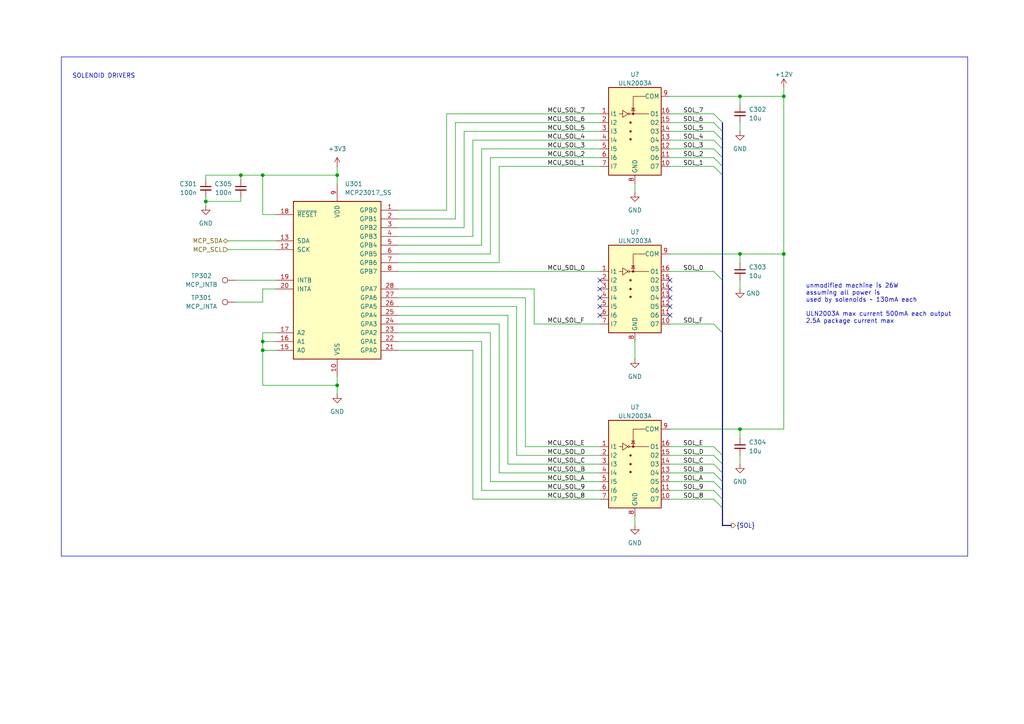
<source format=kicad_sch>
(kicad_sch (version 20250114) (generator "eeschema") (generator_version "9.0")
  (paper "A4")
  (title_block (title "SOLENOID DRIVERS") (date "2023-07-17") (rev "0.1") (company "matei") (comment 1 "ayab-knitting.com") (comment 2 "distributed under CC-BY-SA-4.0"))
  (lib_symbols
    (symbol "ayab-lib:C_Small" (pin_numbers (hide yes)) (pin_names (offset 0.254) (hide yes))
      (property "Reference" "C" (at 0.254 1.778 0))
      (property "Value" "C_Small" (at 0.254 -2.032 0))
      (symbol "C_Small_0_1"
        (polyline (pts (xy -1.524 0.508) (xy 1.524 0.508)) (stroke (width 0.3048)))
        (polyline (pts (xy -1.524 -0.508) (xy 1.524 -0.508)) (stroke (width 0.3302)))
      )
      (symbol "C_Small_1_1"
        (pin passive line (at 0 2.54 270) (length 2.032) (name "~") (number "1"))
        (pin passive line (at 0 -2.54 90) (length 2.032) (name "~") (number "2"))
      )
    )
    (symbol "ayab-lib:MCP23017_SS" (pin_names (offset 1.016))
      (property "Reference" "U" (at -11.43 24.13 0))
      (property "Value" "MCP23017_SS" (at 0 0 0))
      (symbol "MCP23017_SS_0_1"
        (rectangle (start -12.7 22.86) (end 12.7 -22.86) (stroke (width 0.254)) (fill (type background)))
      )
      (symbol "MCP23017_SS_1_1"
        (pin input line (at -17.78 19.05 0) (length 5.08) (name "~{RESET}") (number "18"))
        (pin bidirectional line (at -17.78 11.43 0) (length 5.08) (name "SDA") (number "13"))
        (pin input line (at -17.78 8.89 0) (length 5.08) (name "SCK") (number "12"))
        (pin tri_state line (at -17.78 0 0) (length 5.08) (name "INTB") (number "19"))
        (pin tri_state line (at -17.78 -2.54 0) (length 5.08) (name "INTA") (number "20"))
        (pin no_connect line (at -17.78 -7.62 0) (length 5.08) (hide yes) (name "NC") (number "11"))
        (pin no_connect line (at -17.78 -10.16 0) (length 5.08) (hide yes) (name "NC") (number "14"))
        (pin input line (at -17.78 -15.24 0) (length 5.08) (name "A2") (number "17"))
        (pin input line (at -17.78 -17.78 0) (length 5.08) (name "A1") (number "16"))
        (pin input line (at -17.78 -20.32 0) (length 5.08) (name "A0") (number "15"))
        (pin power_in line (at 0 27.94 270) (length 5.08) (name "VDD") (number "9"))
        (pin power_in line (at 0 -27.94 90) (length 5.08) (name "VSS") (number "10"))
        (pin bidirectional line (at 17.78 20.32 180) (length 5.08) (name "GPB0") (number "1"))
        (pin bidirectional line (at 17.78 17.78 180) (length 5.08) (name "GPB1") (number "2"))
        (pin bidirectional line (at 17.78 15.24 180) (length 5.08) (name "GPB2") (number "3"))
        (pin bidirectional line (at 17.78 12.7 180) (length 5.08) (name "GPB3") (number "4"))
        (pin bidirectional line (at 17.78 10.16 180) (length 5.08) (name "GPB4") (number "5"))
        (pin bidirectional line (at 17.78 7.62 180) (length 5.08) (name "GPB5") (number "6"))
        (pin bidirectional line (at 17.78 5.08 180) (length 5.08) (name "GPB6") (number "7"))
        (pin bidirectional line (at 17.78 2.54 180) (length 5.08) (name "GPB7") (number "8"))
        (pin bidirectional line (at 17.78 -2.54 180) (length 5.08) (name "GPA7") (number "28"))
        (pin bidirectional line (at 17.78 -5.08 180) (length 5.08) (name "GPA6") (number "27"))
        (pin bidirectional line (at 17.78 -7.62 180) (length 5.08) (name "GPA5") (number "26"))
        (pin bidirectional line (at 17.78 -10.16 180) (length 5.08) (name "GPA4") (number "25"))
        (pin bidirectional line (at 17.78 -12.7 180) (length 5.08) (name "GPA3") (number "24"))
        (pin bidirectional line (at 17.78 -15.24 180) (length 5.08) (name "GPA2") (number "23"))
        (pin bidirectional line (at 17.78 -17.78 180) (length 5.08) (name "GPA1") (number "22"))
        (pin bidirectional line (at 17.78 -20.32 180) (length 5.08) (name "GPA0") (number "21"))
      )
    )
    (symbol "ayab-lib:TestPoint" (pin_numbers (hide yes)) (pin_names (offset 0.762) (hide yes))
      (property "Reference" "TP" (at 0 6.858 0))
      (property "Value" "TestPoint" (at 0 5.08 0))
      (symbol "TestPoint_0_1"
        (circle (center 0 3.302) (radius 0.762))
      )
      (symbol "TestPoint_1_1"
        (pin passive line (at 0 0 90) (length 2.54) (name "1") (number "1"))
      )
    )
    (symbol "ayab-lib:ULN2003A"
      (property "Reference" "U" (at 0 15.875 0))
      (property "Value" "ULN2003A" (at 0 13.97 0))
      (symbol "ULN2003A_0_1"
        (rectangle (start -7.62 -12.7) (end 7.62 12.7) (stroke (width 0.254)) (fill (type background)))
        (polyline (pts (xy -4.572 5.08) (xy -3.556 5.08)))
        (polyline (pts (xy -3.556 6.096) (xy -3.556 4.064) (xy -2.032 5.08) (xy -3.556 6.096)))
        (circle (center -1.778 5.08) (radius 0.254))
        (polyline (pts (xy -1.524 5.08) (xy 4.064 5.08)))
        (circle (center -1.27 2.54) (radius 0.254) (fill (type outline)))
        (circle (center -1.27 0) (radius 0.254) (fill (type outline)))
        (circle (center -1.27 -2.286) (radius 0.254) (fill (type outline)))
        (circle (center -0.508 5.08) (radius 0.254) (fill (type outline)))
        (polyline (pts (xy -0.508 5.08) (xy -0.508 10.16) (xy 2.921 10.16)))
        (polyline (pts (xy 0 6.731) (xy -1.016 6.731)))
        (polyline (pts (xy 0 5.969) (xy -1.016 5.969) (xy -0.508 6.731) (xy 0 5.969)))
      )
      (symbol "ULN2003A_1_1"
        (pin input line (at -10.16 5.08 0) (length 2.54) (name "I1") (number "1"))
        (pin input line (at -10.16 2.54 0) (length 2.54) (name "I2") (number "2"))
        (pin input line (at -10.16 0 0) (length 2.54) (name "I3") (number "3"))
        (pin input line (at -10.16 -2.54 0) (length 2.54) (name "I4") (number "4"))
        (pin input line (at -10.16 -5.08 0) (length 2.54) (name "I5") (number "5"))
        (pin input line (at -10.16 -7.62 0) (length 2.54) (name "I6") (number "6"))
        (pin input line (at -10.16 -10.16 0) (length 2.54) (name "I7") (number "7"))
        (pin power_in line (at 0 -15.24 90) (length 2.54) (name "GND") (number "8"))
        (pin passive line (at 10.16 10.16 180) (length 2.54) (name "COM") (number "9"))
        (pin open_collector line (at 10.16 5.08 180) (length 2.54) (name "O1") (number "16"))
        (pin open_collector line (at 10.16 2.54 180) (length 2.54) (name "O2") (number "15"))
        (pin open_collector line (at 10.16 0 180) (length 2.54) (name "O3") (number "14"))
        (pin open_collector line (at 10.16 -2.54 180) (length 2.54) (name "O4") (number "13"))
        (pin open_collector line (at 10.16 -5.08 180) (length 2.54) (name "O5") (number "12"))
        (pin open_collector line (at 10.16 -7.62 180) (length 2.54) (name "O6") (number "11"))
        (pin open_collector line (at 10.16 -10.16 180) (length 2.54) (name "O7") (number "10"))
      )
    )
    (symbol "power:+12V" (power) (pin_numbers (hide yes)) (pin_names (offset 0) (hide yes))
      (property "Value" "+12V" (at 0 3.556 0))
      (symbol "+12V_0_1"
        (polyline (pts (xy -0.762 1.27) (xy 0 2.54)))
        (polyline (pts (xy 0 2.54) (xy 0.762 1.27)))
        (polyline (pts (xy 0 0) (xy 0 2.54)))
      )
      (symbol "+12V_1_1"
        (pin power_in line (at 0 0 90) (length 0) (name "~") (number "1"))
      )
    )
    (symbol "power:+3V3" (power) (pin_numbers (hide yes)) (pin_names (offset 0) (hide yes))
      (property "Value" "+3V3" (at 0 3.556 0))
      (symbol "+3V3_0_1"
        (polyline (pts (xy -0.762 1.27) (xy 0 2.54)))
        (polyline (pts (xy 0 2.54) (xy 0.762 1.27)))
        (polyline (pts (xy 0 0) (xy 0 2.54)))
      )
      (symbol "+3V3_1_1"
        (pin power_in line (at 0 0 90) (length 0) (name "~") (number "1"))
      )
    )
    (symbol "power:GND" (power) (pin_numbers (hide yes)) (pin_names (offset 0) (hide yes))
      (property "Value" "GND" (at 0 -3.81 0))
      (symbol "GND_0_1"
        (polyline (pts (xy 0 0) (xy 0 -1.27) (xy 1.27 -1.27) (xy 0 -2.54) (xy -1.27 -1.27) (xy 0 -1.27)))
      )
      (symbol "GND_1_1"
        (pin power_in line (at 0 0 270) (length 0) (name "~") (number "1"))
      )
    )
  )
  (text "unmodified machine is 26W\nassuming all power is \nused by solenoids ~ 130mA each\n\nULN2003A max current 500mA each output\n2.5A package current max\n" (at 233.68 93.98 0) (effects (font (size 1.27 1.27)) (justify left bottom)))
  (text "SOLENOID DRIVERS" (at 20.955 22.86 0) (effects (font (size 1.27 1.27)) (justify left bottom)))
  (junction (at 214.63 73.66))
  (junction (at 214.63 124.46))
  (junction (at 214.63 27.94))
  (junction (at 97.79 111.76))
  (junction (at 59.69 58.42))
  (junction (at 76.2 101.6))
  (junction (at 69.85 50.8))
  (junction (at 227.33 73.66))
  (junction (at 76.2 50.8))
  (junction (at 227.33 27.94))
  (junction (at 76.2 99.06))
  (junction (at 97.79 50.8))
  (no_connect (at 173.99 88.9))
  (no_connect (at 173.99 86.36))
  (no_connect (at 173.99 91.44))
  (no_connect (at 173.99 83.82))
  (no_connect (at 194.31 91.44))
  (no_connect (at 194.31 86.36))
  (no_connect (at 194.31 88.9))
  (no_connect (at 194.31 81.28))
  (no_connect (at 173.99 81.28))
  (no_connect (at 194.31 83.82))
  (bus_entry (at 207.01 35.56) (size 2.54 2.54))
  (bus_entry (at 207.01 43.18) (size 2.54 2.54))
  (bus_entry (at 207.01 134.62) (size 2.54 2.54))
  (bus_entry (at 207.01 132.08) (size 2.54 2.54))
  (bus_entry (at 207.01 137.16) (size 2.54 2.54))
  (bus_entry (at 207.01 142.24) (size 2.54 2.54))
  (bus_entry (at 207.01 38.1) (size 2.54 2.54))
  (bus_entry (at 207.01 139.7) (size 2.54 2.54))
  (bus_entry (at 207.01 48.26) (size 2.54 2.54))
  (bus_entry (at 207.01 33.02) (size 2.54 2.54))
  (bus_entry (at 207.01 129.54) (size 2.54 2.54))
  (bus_entry (at 207.01 78.74) (size 2.54 2.54))
  (bus_entry (at 207.01 40.64) (size 2.54 2.54))
  (bus_entry (at 207.01 93.98) (size 2.54 2.54))
  (bus_entry (at 207.01 144.78) (size 2.54 2.54))
  (bus_entry (at 207.01 45.72) (size 2.54 2.54))
  (bus (pts (xy 209.55 50.8) (xy 209.55 81.28)))
  (wire (pts (xy 214.63 27.94) (xy 214.63 30.48)))
  (wire (pts (xy 137.16 101.6) (xy 137.16 144.78)))
  (wire (pts (xy 137.16 101.6) (xy 115.57 101.6)))
  (wire (pts (xy 227.33 124.46) (xy 214.63 124.46)))
  (wire (pts (xy 69.85 57.15) (xy 69.85 58.42)))
  (bus (pts (xy 209.55 96.52) (xy 209.55 132.08)))
  (wire (pts (xy 144.78 48.26) (xy 144.78 76.2)))
  (wire (pts (xy 194.31 124.46) (xy 214.63 124.46)))
  (wire (pts (xy 76.2 50.8) (xy 97.79 50.8)))
  (wire (pts (xy 66.04 69.85) (xy 80.01 69.85)))
  (bus (pts (xy 209.55 35.56) (xy 209.55 38.1)))
  (wire (pts (xy 154.94 93.98) (xy 173.99 93.98)))
  (bus (pts (xy 209.55 43.18) (xy 209.55 45.72)))
  (wire (pts (xy 147.32 134.62) (xy 147.32 91.44)))
  (wire (pts (xy 142.24 139.7) (xy 142.24 96.52)))
  (wire (pts (xy 76.2 87.63) (xy 68.58 87.63)))
  (wire (pts (xy 59.69 58.42) (xy 59.69 59.69)))
  (wire (pts (xy 194.31 73.66) (xy 214.63 73.66)))
  (wire (pts (xy 149.86 132.08) (xy 173.99 132.08)))
  (wire (pts (xy 139.7 43.18) (xy 139.7 71.12)))
  (wire (pts (xy 214.63 35.56) (xy 214.63 38.1)))
  (wire (pts (xy 184.15 99.06) (xy 184.15 104.14)))
  (wire (pts (xy 194.31 142.24) (xy 207.01 142.24)))
  (bus (pts (xy 209.55 48.26) (xy 209.55 50.8)))
  (wire (pts (xy 59.69 50.8) (xy 59.69 52.07)))
  (wire (pts (xy 137.16 144.78) (xy 173.99 144.78)))
  (wire (pts (xy 76.2 101.6) (xy 76.2 111.76)))
  (wire (pts (xy 194.31 48.26) (xy 207.01 48.26)))
  (bus (pts (xy 209.55 132.08) (xy 209.55 134.62)))
  (wire (pts (xy 144.78 48.26) (xy 173.99 48.26)))
  (wire (pts (xy 194.31 27.94) (xy 214.63 27.94)))
  (polyline (pts (xy 17.78 161.29) (xy 280.67 161.29)))
  (bus (pts (xy 209.55 147.32) (xy 209.55 152.4)))
  (wire (pts (xy 76.2 50.8) (xy 69.85 50.8)))
  (wire (pts (xy 139.7 99.06) (xy 139.7 142.24)))
  (wire (pts (xy 129.54 60.96) (xy 115.57 60.96)))
  (wire (pts (xy 80.01 99.06) (xy 76.2 99.06)))
  (wire (pts (xy 194.31 93.98) (xy 207.01 93.98)))
  (wire (pts (xy 227.33 73.66) (xy 227.33 124.46)))
  (wire (pts (xy 194.31 132.08) (xy 207.01 132.08)))
  (wire (pts (xy 76.2 62.23) (xy 80.01 62.23)))
  (wire (pts (xy 115.57 99.06) (xy 139.7 99.06)))
  (wire (pts (xy 80.01 101.6) (xy 76.2 101.6)))
  (wire (pts (xy 173.99 142.24) (xy 139.7 142.24)))
  (wire (pts (xy 97.79 50.8) (xy 97.79 53.34)))
  (wire (pts (xy 129.54 33.02) (xy 173.99 33.02)))
  (wire (pts (xy 115.57 83.82) (xy 154.94 83.82)))
  (bus (pts (xy 209.55 142.24) (xy 209.55 144.78)))
  (wire (pts (xy 194.31 35.56) (xy 207.01 35.56)))
  (wire (pts (xy 129.54 33.02) (xy 129.54 60.96)))
  (wire (pts (xy 227.33 27.94) (xy 227.33 25.4)))
  (wire (pts (xy 214.63 73.66) (xy 227.33 73.66)))
  (wire (pts (xy 69.85 50.8) (xy 69.85 52.07)))
  (wire (pts (xy 227.33 73.66) (xy 227.33 27.94)))
  (bus (pts (xy 209.55 144.78) (xy 209.55 147.32)))
  (wire (pts (xy 144.78 93.98) (xy 144.78 137.16)))
  (wire (pts (xy 194.31 78.74) (xy 207.01 78.74)))
  (wire (pts (xy 80.01 83.82) (xy 76.2 83.82)))
  (wire (pts (xy 149.86 88.9) (xy 149.86 132.08)))
  (wire (pts (xy 173.99 139.7) (xy 142.24 139.7)))
  (bus (pts (xy 209.55 134.62) (xy 209.55 137.16)))
  (wire (pts (xy 69.85 58.42) (xy 59.69 58.42)))
  (wire (pts (xy 184.15 149.86) (xy 184.15 152.4)))
  (wire (pts (xy 76.2 111.76) (xy 97.79 111.76)))
  (wire (pts (xy 142.24 73.66) (xy 115.57 73.66)))
  (wire (pts (xy 139.7 71.12) (xy 115.57 71.12)))
  (wire (pts (xy 134.62 66.04) (xy 115.57 66.04)))
  (wire (pts (xy 137.16 68.58) (xy 115.57 68.58)))
  (wire (pts (xy 134.62 38.1) (xy 173.99 38.1)))
  (wire (pts (xy 97.79 111.76) (xy 97.79 114.3)))
  (wire (pts (xy 97.79 48.26) (xy 97.79 50.8)))
  (wire (pts (xy 69.85 50.8) (xy 59.69 50.8)))
  (bus (pts (xy 209.55 40.64) (xy 209.55 43.18)))
  (bus (pts (xy 209.55 81.28) (xy 209.55 96.52)))
  (wire (pts (xy 144.78 137.16) (xy 173.99 137.16)))
  (bus (pts (xy 209.55 45.72) (xy 209.55 48.26)))
  (wire (pts (xy 132.08 35.56) (xy 132.08 63.5)))
  (wire (pts (xy 184.15 53.34) (xy 184.15 55.88)))
  (wire (pts (xy 194.31 129.54) (xy 207.01 129.54)))
  (wire (pts (xy 76.2 96.52) (xy 76.2 99.06)))
  (polyline (pts (xy 17.78 16.51) (xy 280.67 16.51)))
  (polyline (pts (xy 280.67 161.29) (xy 280.67 16.51)))
  (wire (pts (xy 115.57 78.74) (xy 173.99 78.74)))
  (bus (pts (xy 212.09 152.4) (xy 209.55 152.4)))
  (bus (pts (xy 209.55 139.7) (xy 209.55 142.24)))
  (wire (pts (xy 194.31 134.62) (xy 207.01 134.62)))
  (wire (pts (xy 154.94 83.82) (xy 154.94 93.98)))
  (wire (pts (xy 139.7 43.18) (xy 173.99 43.18)))
  (wire (pts (xy 115.57 93.98) (xy 144.78 93.98)))
  (wire (pts (xy 194.31 45.72) (xy 207.01 45.72)))
  (wire (pts (xy 173.99 134.62) (xy 147.32 134.62)))
  (wire (pts (xy 80.01 96.52) (xy 76.2 96.52)))
  (wire (pts (xy 76.2 99.06) (xy 76.2 101.6)))
  (wire (pts (xy 76.2 62.23) (xy 76.2 50.8)))
  (wire (pts (xy 194.31 33.02) (xy 207.01 33.02)))
  (wire (pts (xy 194.31 38.1) (xy 207.01 38.1)))
  (wire (pts (xy 137.16 40.64) (xy 173.99 40.64)))
  (wire (pts (xy 214.63 81.28) (xy 214.63 83.82)))
  (bus (pts (xy 209.55 38.1) (xy 209.55 40.64)))
  (wire (pts (xy 214.63 73.66) (xy 214.63 76.2)))
  (wire (pts (xy 147.32 91.44) (xy 115.57 91.44)))
  (wire (pts (xy 194.31 144.78) (xy 207.01 144.78)))
  (wire (pts (xy 152.4 86.36) (xy 115.57 86.36)))
  (wire (pts (xy 194.31 139.7) (xy 207.01 139.7)))
  (wire (pts (xy 142.24 45.72) (xy 173.99 45.72)))
  (wire (pts (xy 66.04 72.39) (xy 80.01 72.39)))
  (wire (pts (xy 194.31 40.64) (xy 207.01 40.64)))
  (bus (pts (xy 209.55 137.16) (xy 209.55 139.7)))
  (wire (pts (xy 132.08 35.56) (xy 173.99 35.56)))
  (wire (pts (xy 115.57 88.9) (xy 149.86 88.9)))
  (wire (pts (xy 76.2 83.82) (xy 76.2 87.63)))
  (wire (pts (xy 173.99 129.54) (xy 152.4 129.54)))
  (wire (pts (xy 59.69 57.15) (xy 59.69 58.42)))
  (wire (pts (xy 214.63 132.08) (xy 214.63 134.62)))
  (wire (pts (xy 68.58 81.28) (xy 80.01 81.28)))
  (wire (pts (xy 194.31 137.16) (xy 207.01 137.16)))
  (wire (pts (xy 132.08 63.5) (xy 115.57 63.5)))
  (wire (pts (xy 152.4 129.54) (xy 152.4 86.36)))
  (wire (pts (xy 142.24 96.52) (xy 115.57 96.52)))
  (wire (pts (xy 97.79 109.22) (xy 97.79 111.76)))
  (wire (pts (xy 137.16 40.64) (xy 137.16 68.58)))
  (wire (pts (xy 194.31 43.18) (xy 207.01 43.18)))
  (wire (pts (xy 144.78 76.2) (xy 115.57 76.2)))
  (wire (pts (xy 214.63 27.94) (xy 227.33 27.94)))
  (wire (pts (xy 142.24 45.72) (xy 142.24 73.66)))
  (wire (pts (xy 134.62 38.1) (xy 134.62 66.04)))
  (polyline (pts (xy 17.78 16.51) (xy 17.78 161.29)))
  (wire (pts (xy 214.63 124.46) (xy 214.63 127)))
  (label "MCU_SOL_D" (at 158.75 132.08 0))
  (label "MCU_SOL_C" (at 158.75 134.62 0))
  (label "SOL_F" (at 198.12 93.98 0))
  (label "MCU_SOL_9" (at 158.75 142.24 0))
  (label "SOL_2" (at 198.12 45.72 0))
  (label "MCU_SOL_A" (at 158.75 139.7 0))
  (label "SOL_7" (at 198.12 33.02 0))
  (label "SOL_B" (at 198.12 137.16 0))
  (label "SOL_1" (at 198.12 48.26 0))
  (label "SOL_C" (at 198.12 134.62 0))
  (label "MCU_SOL_2" (at 158.75 45.72 0))
  (label "MCU_SOL_8" (at 158.75 144.78 0))
  (label "SOL_5" (at 198.12 38.1 0))
  (label "SOL_E" (at 198.12 129.54 0))
  (label "SOL_8" (at 198.12 144.78 0))
  (label "MCU_SOL_B" (at 158.75 137.16 0))
  (label "MCU_SOL_7" (at 158.75 33.02 0))
  (label "SOL_9" (at 198.12 142.24 0))
  (label "SOL_0" (at 198.12 78.74 0))
  (label "MCU_SOL_F" (at 158.75 93.98 0))
  (label "MCU_SOL_E" (at 158.75 129.54 0))
  (label "MCU_SOL_3" (at 158.75 43.18 0))
  (label "SOL_A" (at 198.12 139.7 0))
  (label "MCU_SOL_6" (at 158.75 35.56 0))
  (label "SOL_3" (at 198.12 43.18 0))
  (label "MCU_SOL_1" (at 158.75 48.26 0))
  (label "MCU_SOL_0" (at 158.75 78.74 0))
  (label "MCU_SOL_5" (at 158.75 38.1 0))
  (label "SOL_6" (at 198.12 35.56 0))
  (label "MCU_SOL_4" (at 158.75 40.64 0))
  (label "SOL_D" (at 198.12 132.08 0))
  (label "SOL_4" (at 198.12 40.64 0))
  (hierarchical_label "MCP_SDA" (shape bidirectional) (at 66.04 69.85 180))
  (hierarchical_label "MCP_SCL" (shape input) (at 66.04 72.39 180))
  (hierarchical_label "{SOL}" (shape output) (at 212.09 152.4 0))
  (symbol (lib_id "power:GND") (at 184.15 152.4 0) (unit 1)
    (property "Reference" "#PWR0306" (effects (hide yes)))
    (property "Value" "GND" (at 184.15 157.48 0))
    (property "Description" "Power symbol creates a global label with name \"GND\" , ground" (effects (hide yes)))
    (instances (project "electronic-knitter" (path "" (reference "#PWR0104") (unit 1)) (path "" (reference "#PWR0210") (unit 1))) (project "ayab-esp32" (path "" (reference "#PWR0306") (unit 1))))
  )
  (symbol (lib_id "ayab-lib:C_Small") (at 214.63 129.54 0) (unit 1)
    (property "Reference" "C304" (at 217.17 128.2763 0) (effects (justify left)))
    (property "Value" "10u" (at 217.17 130.8163 0) (effects (justify left)))
    (property "Footprint" "Capacitor_SMD:C_0805_2012Metric" (effects (hide yes)))
    (property "Package" "0805" (effects (hide yes)))
    (property "Voltage rating" "24V X5R" (effects (hide yes)))
    (property "LCSC ID" "C15850" (effects (hide yes)))
    (property "OEM PN" "CL21A106KAYNNNE" (effects (hide yes)))
    (property "OEM" "Samsung Electro-Mechanics" (effects (hide yes)))
    (property "Mouser PN" "963-TMK212BBJ106KG-T " (effects (hide yes)))
  )
  (symbol (lib_id "ayab-lib:C_Small") (at 69.85 54.61 0) (mirror y) (unit 1)
    (property "Reference" "C305" (at 67.31 53.3463 0) (effects (justify left)))
    (property "Value" "100n" (at 67.31 55.8863 0) (effects (justify left)))
    (property "Footprint" "Capacitor_SMD:C_0603_1608Metric" (effects (hide yes)))
    (property "Package" "0603" (effects (hide yes)))
    (property "Voltage rating" "24V X7R" (effects (hide yes)))
    (property "LCSC ID" "C57112" (effects (hide yes)))
    (property "OEM PN" "0603B103K500NT" (effects (hide yes)))
    (property "OEM" "FH (Guangdong Fenghua Advanced Tech)" (effects (hide yes)))
    (property "Mouser PN" "187-CL10B104MB8NNNC " (effects (hide yes)))
  )
  (symbol (lib_id "ayab-lib:C_Small") (at 214.63 33.02 0) (unit 1)
    (property "Reference" "C302" (at 217.17 31.7563 0) (effects (justify left)))
    (property "Value" "10u" (at 217.17 34.2963 0) (effects (justify left)))
    (property "Footprint" "Capacitor_SMD:C_0805_2012Metric" (effects (hide yes)))
    (property "Package" "0805" (effects (hide yes)))
    (property "Voltage rating" "24V X5R" (effects (hide yes)))
    (property "LCSC ID" "C15850" (effects (hide yes)))
    (property "OEM PN" "CL21A106KAYNNNE" (effects (hide yes)))
    (property "OEM" "Samsung Electro-Mechanics" (effects (hide yes)))
    (property "Mouser PN" "963-TMK212BBJ106KG-T " (effects (hide yes)))
  )
  (symbol (lib_id "ayab-lib:ULN2003A") (at 184.15 38.1 0) (unit 1)
    (property "Reference" "U302" (at 184.15 21.59 0))
    (property "Value" "ULN2003A" (at 184.15 24.13 0))
    (property "Footprint" "Package_SO:SOIC-16_3.9x9.9mm_P1.27mm" (effects (hide yes)))
    (property "Datasheet" "http://www.ti.com/lit/ds/symlink/uln2003a.pdf" (effects (hide yes)))
    (property "Package" "SOIC-16" (effects (hide yes)))
    (property "LCSC ID" "C7512" (effects (hide yes)))
    (property "OEM PN" "ULN2003ADR" (effects (hide yes)))
    (property "OEM" "Texas Instruments" (effects (hide yes)))
    (property "Mouser PN" "595-ULN2003ANSRE4 " (effects (hide yes)))
    (instances (project "electronic-knitter" (path "" (reference "U?") (unit 1)) (path "" (reference "U201") (unit 1))) (project "ayab-esp32" (path "" (reference "U302") (unit 1))))
  )
  (symbol (lib_id "power:+3V3") (at 97.79 48.26 0) (unit 1)
    (property "Reference" "#PWR0302" (effects (hide yes)))
    (property "Value" "+3V3" (at 97.79 43.18 0))
    (property "Description" "Power symbol creates a global label with name \"+3V3\"" (effects (hide yes)))
  )
  (symbol (lib_id "power:GND") (at 184.15 104.14 0) (unit 1)
    (property "Reference" "#PWR0305" (effects (hide yes)))
    (property "Value" "GND" (at 184.15 109.22 0))
    (property "Description" "Power symbol creates a global label with name \"GND\" , ground" (effects (hide yes)))
    (instances (project "electronic-knitter" (path "" (reference "#PWR0101") (unit 1)) (path "" (reference "#PWR0205") (unit 1))) (project "ayab-esp32" (path "" (reference "#PWR0305") (unit 1))))
  )
  (symbol (lib_id "ayab-lib:C_Small") (at 59.69 54.61 0) (mirror y) (unit 1)
    (property "Reference" "C301" (at 57.15 53.3463 0) (effects (justify left)))
    (property "Value" "100n" (at 57.15 55.8863 0) (effects (justify left)))
    (property "Footprint" "Capacitor_SMD:C_0603_1608Metric" (effects (hide yes)))
    (property "Package" "0603" (effects (hide yes)))
    (property "Voltage rating" "24V X7R" (effects (hide yes)))
    (property "LCSC ID" "C57112" (effects (hide yes)))
    (property "OEM PN" "0603B103K500NT" (effects (hide yes)))
    (property "OEM" "FH (Guangdong Fenghua Advanced Tech)" (effects (hide yes)))
    (property "Mouser PN" "187-CL10B104MB8NNNC " (effects (hide yes)))
  )
  (symbol (lib_id "ayab-lib:C_Small") (at 214.63 78.74 0) (unit 1)
    (property "Reference" "C303" (at 217.17 77.4763 0) (effects (justify left)))
    (property "Value" "10u" (at 217.17 80.0163 0) (effects (justify left)))
    (property "Footprint" "Capacitor_SMD:C_0805_2012Metric" (effects (hide yes)))
    (property "Package" "0805" (effects (hide yes)))
    (property "Voltage rating" "24V X5R" (effects (hide yes)))
    (property "LCSC ID" "C15850" (effects (hide yes)))
    (property "OEM PN" "CL21A106KAYNNNE" (effects (hide yes)))
    (property "OEM" "Samsung Electro-Mechanics" (effects (hide yes)))
    (property "Mouser PN" "963-TMK212BBJ106KG-T " (effects (hide yes)))
  )
  (symbol (lib_id "ayab-lib:MCP23017_SS") (at 97.79 81.28 0) (unit 1)
    (property "Reference" "U301" (at 99.9841 53.34 0) (effects (justify left)))
    (property "Value" "MCP23017_SS" (at 99.9841 55.88 0) (effects (justify left)))
    (property "Footprint" "Package_SO:SSOP-28_5.3x10.2mm_P0.65mm" (effects (hide yes)))
    (property "Datasheet" "http://ww1.microchip.com/downloads/en/DeviceDoc/20001952C.pdf" (effects (hide yes)))
    (property "Package" "SSOP-28" (effects (hide yes)))
    (property "LCSC ID" "C506653" (effects (hide yes)))
    (property "OEM PN" "MCP23017-E/SS" (effects (hide yes)))
    (property "OEM" "Microchip Tech" (effects (hide yes)))
    (property "Mouser PN" "579-MCP23017T-E/SS " (effects (hide yes)))
  )
  (symbol (lib_id "ayab-lib:ULN2003A") (at 184.15 83.82 0) (unit 1)
    (property "Reference" "U303" (at 184.15 67.31 0))
    (property "Value" "ULN2003A" (at 184.15 69.85 0))
    (property "Footprint" "Package_SO:SOIC-16_3.9x9.9mm_P1.27mm" (effects (hide yes)))
    (property "Datasheet" "http://www.ti.com/lit/ds/symlink/uln2003a.pdf" (effects (hide yes)))
    (property "Package" "SOIC-16" (effects (hide yes)))
    (property "LCSC ID" "C7512" (effects (hide yes)))
    (property "OEM PN" "ULN2003ADR" (effects (hide yes)))
    (property "OEM" "Texas Instruments" (effects (hide yes)))
    (property "Mouser PN" "595-ULN2003ANSRE4 " (effects (hide yes)))
    (instances (project "electronic-knitter" (path "" (reference "U?") (unit 1)) (path "" (reference "U202") (unit 1))) (project "ayab-esp32" (path "" (reference "U303") (unit 1))))
  )
  (symbol (lib_id "power:GND") (at 59.69 59.69 0) (mirror y) (unit 1)
    (property "Reference" "#PWR0301" (effects (hide yes)))
    (property "Value" "GND" (at 59.69 64.77 0))
    (property "Description" "Power symbol creates a global label with name \"GND\" , ground" (effects (hide yes)))
    (instances (project "electronic-knitter" (path "" (reference "#PWR0104") (unit 1)) (path "" (reference "#PWR0210") (unit 1))) (project "ayab-esp32" (path "" (reference "#PWR0301") (unit 1))))
  )
  (symbol (lib_id "power:GND") (at 214.63 83.82 0) (unit 1)
    (property "Reference" "#PWR0308" (effects (hide yes)))
    (property "Value" "GND" (at 218.44 85.09 0))
    (property "Description" "Power symbol creates a global label with name \"GND\" , ground" (effects (hide yes)))
    (instances (project "electronic-knitter" (path "" (reference "#PWR0104") (unit 1)) (path "" (reference "#PWR0210") (unit 1))) (project "ayab-esp32" (path "" (reference "#PWR0308") (unit 1))))
  )
  (symbol (lib_id "ayab-lib:TestPoint") (at 68.58 87.63 90) (unit 1) (in_bom no)
    (property "Reference" "TP301" (at 58.42 86.36 90))
    (property "Value" "MCP_INTA" (at 58.42 88.9 90))
    (property "Footprint" "TestPoint:TestPoint_Pad_D1.0mm" (effects (hide yes)))
  )
  (symbol (lib_id "power:GND") (at 184.15 55.88 0) (unit 1)
    (property "Reference" "#PWR0304" (effects (hide yes)))
    (property "Value" "GND" (at 184.15 60.96 0))
    (property "Description" "Power symbol creates a global label with name \"GND\" , ground" (effects (hide yes)))
    (instances (project "electronic-knitter" (path "" (reference "#PWR0102") (unit 1)) (path "" (reference "#PWR0204") (unit 1))) (project "ayab-esp32" (path "" (reference "#PWR0304") (unit 1))))
  )
  (symbol (lib_id "power:GND") (at 97.79 114.3 0) (unit 1)
    (property "Reference" "#PWR0303" (effects (hide yes)))
    (property "Value" "GND" (at 97.79 119.38 0))
    (property "Description" "Power symbol creates a global label with name \"GND\" , ground" (effects (hide yes)))
    (instances (project "electronic-knitter" (path "" (reference "#PWR0101") (unit 1)) (path "" (reference "#PWR0205") (unit 1))) (project "ayab-esp32" (path "" (reference "#PWR0303") (unit 1))))
  )
  (symbol (lib_id "power:GND") (at 214.63 38.1 0) (unit 1)
    (property "Reference" "#PWR0307" (effects (hide yes)))
    (property "Value" "GND" (at 214.63 43.18 0))
    (property "Description" "Power symbol creates a global label with name \"GND\" , ground" (effects (hide yes)))
    (instances (project "electronic-knitter" (path "" (reference "#PWR0104") (unit 1)) (path "" (reference "#PWR0210") (unit 1))) (project "ayab-esp32" (path "" (reference "#PWR0307") (unit 1))))
  )
  (symbol (lib_id "ayab-lib:ULN2003A") (at 184.15 134.62 0) (unit 1)
    (property "Reference" "U304" (at 184.15 118.11 0))
    (property "Value" "ULN2003A" (at 184.15 120.65 0))
    (property "Footprint" "Package_SO:SOIC-16_3.9x9.9mm_P1.27mm" (effects (hide yes)))
    (property "Datasheet" "http://www.ti.com/lit/ds/symlink/uln2003a.pdf" (effects (hide yes)))
    (property "Package" "SOIC-16" (effects (hide yes)))
    (property "LCSC ID" "C7512" (effects (hide yes)))
    (property "OEM PN" "ULN2003ADR" (effects (hide yes)))
    (property "OEM" "Texas Instruments" (effects (hide yes)))
    (property "Mouser PN" "595-ULN2003ANSRE4 " (effects (hide yes)))
    (instances (project "electronic-knitter" (path "" (reference "U?") (unit 1)) (path "" (reference "U203") (unit 1))) (project "ayab-esp32" (path "" (reference "U304") (unit 1))))
  )
  (symbol (lib_id "power:+12V") (at 227.33 25.4 0) (unit 1)
    (property "Reference" "#PWR0310" (effects (hide yes)))
    (property "Value" "+12V" (at 227.33 21.59 0))
    (property "Description" "Power symbol creates a global label with name \"+12V\"" (effects (hide yes)))
    (instances (project "electronic-knitter" (path "" (reference "#PWR0106") (unit 1)) (path "" (reference "#PWR0212") (unit 1))) (project "ayab-esp32" (path "" (reference "#PWR0310") (unit 1))))
  )
  (symbol (lib_id "ayab-lib:TestPoint") (at 68.58 81.28 90) (unit 1) (in_bom no)
    (property "Reference" "TP302" (at 58.42 80.01 90))
    (property "Value" "MCP_INTB" (at 58.42 82.55 90))
    (property "Footprint" "TestPoint:TestPoint_Pad_D1.0mm" (effects (hide yes)))
  )
  (symbol (lib_id "power:GND") (at 214.63 134.62 0) (unit 1)
    (property "Reference" "#PWR0309" (effects (hide yes)))
    (property "Value" "GND" (at 214.63 139.7 0))
    (property "Description" "Power symbol creates a global label with name \"GND\" , ground" (effects (hide yes)))
    (instances (project "electronic-knitter" (path "" (reference "#PWR0104") (unit 1)) (path "" (reference "#PWR0210") (unit 1))) (project "ayab-esp32" (path "" (reference "#PWR0309") (unit 1))))
  )
)
</source>
